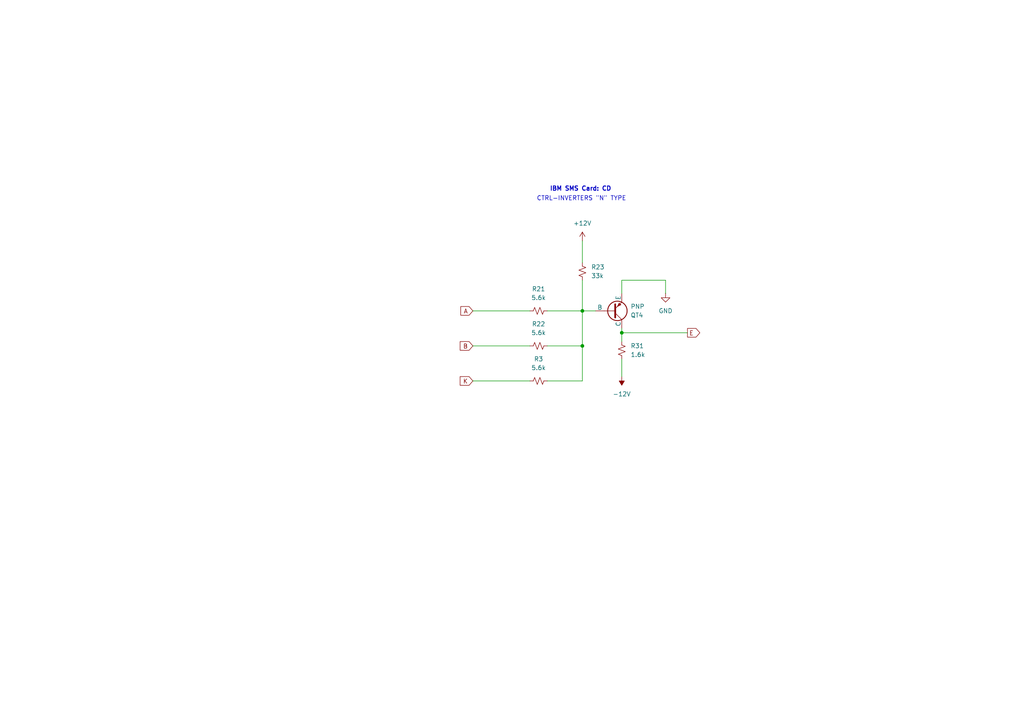
<source format=kicad_sch>
(kicad_sch (version 20231120) (generator "eeschema") (generator_version "8.0")
  (paper "A4")
  (lib_symbols
    (symbol "Device:R_Small_US" (pin_numbers hide) (pin_names (offset 0.254) hide)
      (property "Reference" "R" (at 0.762 0.508 0))
      (property "Value" "R_Small_US" (at 0.762 -1.016 0))
      (symbol "R_Small_US_1_1"
        (polyline (pts (xy 0 0) (xy 1.016 -0.381) (xy 0 -0.762) (xy -1.016 -1.143) (xy 0 -1.524)))
        (polyline (pts (xy 0 1.524) (xy 1.016 1.143) (xy 0 0.762) (xy -1.016 0.381) (xy 0 0)))
        (pin passive line (at 0 2.54 270) (length 1.016) (name "~") (number "1"))
        (pin passive line (at 0 -2.54 90) (length 1.016) (name "~") (number "2"))
      )
    )
    (symbol "Simulation_SPICE:PNP" (pin_numbers hide) (pin_names (offset 0))
      (property "Reference" "Q" (at -2.54 7.62 0))
      (property "Value" "PNP" (at -2.54 5.08 0))
      (symbol "PNP_0_1"
        (polyline (pts (xy -2.54 0) (xy 0.635 0)) (stroke (width 0.1524)))
        (polyline (pts (xy 0.635 0.635) (xy 2.54 2.54)))
        (polyline (pts (xy 0.635 -0.635) (xy 2.54 -2.54) (xy 2.54 -2.54)))
        (polyline (pts (xy 0.635 1.905) (xy 0.635 -1.905) (xy 0.635 -1.905)) (stroke (width 0.508)))
        (polyline (pts (xy 2.286 -1.778) (xy 1.778 -2.286) (xy 1.27 -1.27) (xy 2.286 -1.778) (xy 2.286 -1.778)) (fill (type outline)))
        (circle (center 1.27 0) (radius 2.8194) (stroke (width 0.254)))
      )
      (symbol "PNP_1_1"
        (pin open_collector line (at 2.54 5.08 270) (length 2.54) (name "C") (number "1"))
        (pin input line (at -5.08 0 0) (length 2.54) (name "B") (number "2"))
        (pin open_emitter line (at 2.54 -5.08 90) (length 2.54) (name "E") (number "3"))
      )
    )
    (symbol "power:+12V" (power) (pin_numbers hide) (pin_names (offset 0) hide)
      (property "Value" "+12V" (at 0 3.556 0))
      (symbol "+12V_0_1"
        (polyline (pts (xy -0.762 1.27) (xy 0 2.54)))
        (polyline (pts (xy 0 0) (xy 0 2.54)))
        (polyline (pts (xy 0 2.54) (xy 0.762 1.27)))
      )
      (symbol "+12V_1_1"
        (pin power_in line (at 0 0 90) (length 0) (name "~") (number "1"))
      )
    )
    (symbol "power:-12V" (power) (pin_numbers hide) (pin_names (offset 0) hide)
      (property "Value" "-12V" (at 0 3.556 0))
      (symbol "-12V_0_0"
        (pin power_in line (at 0 0 90) (length 0) (name "~") (number "1"))
      )
      (symbol "-12V_0_1"
        (polyline (pts (xy 0 0) (xy 0 1.27) (xy 0.762 1.27) (xy 0 2.54) (xy -0.762 1.27) (xy 0 1.27)) (fill (type outline)))
      )
    )
    (symbol "power:GND" (power) (pin_numbers hide) (pin_names (offset 0) hide)
      (property "Value" "GND" (at 0 -3.81 0))
      (symbol "GND_0_1"
        (polyline (pts (xy 0 0) (xy 0 -1.27) (xy 1.27 -1.27) (xy 0 -2.54) (xy -1.27 -1.27) (xy 0 -1.27)))
      )
      (symbol "GND_1_1"
        (pin power_in line (at 0 0 270) (length 0) (name "~") (number "1"))
      )
    )
  )
  (junction (at 180.34 96.52))
  (junction (at 168.91 100.33))
  (junction (at 168.91 90.17))
  (wire (pts (xy 168.91 100.33) (xy 168.91 110.49)))
  (wire (pts (xy 158.75 110.49) (xy 168.91 110.49)))
  (wire (pts (xy 168.91 90.17) (xy 172.72 90.17)))
  (wire (pts (xy 180.34 96.52) (xy 180.34 99.06)))
  (wire (pts (xy 180.34 81.28) (xy 193.04 81.28)))
  (wire (pts (xy 180.34 104.14) (xy 180.34 109.22)))
  (wire (pts (xy 168.91 81.28) (xy 168.91 90.17)))
  (wire (pts (xy 193.04 81.28) (xy 193.04 85.09)))
  (wire (pts (xy 137.16 110.49) (xy 153.67 110.49)))
  (wire (pts (xy 180.34 95.25) (xy 180.34 96.52)))
  (wire (pts (xy 199.39 96.52) (xy 180.34 96.52)))
  (wire (pts (xy 137.16 100.33) (xy 153.67 100.33)))
  (wire (pts (xy 180.34 85.09) (xy 180.34 81.28)))
  (wire (pts (xy 158.75 100.33) (xy 168.91 100.33)))
  (wire (pts (xy 168.91 100.33) (xy 168.91 90.17)))
  (wire (pts (xy 158.75 90.17) (xy 168.91 90.17)))
  (wire (pts (xy 168.91 69.85) (xy 168.91 76.2)))
  (wire (pts (xy 137.16 90.17) (xy 153.67 90.17)))
  (text "IBM SMS Card: CD\n" (at 168.402 54.864 0) (effects (font (size 1.27 1.27) (thickness 0.254) (bold yes))))
  (text "CTRL-INVERTERS \"N\" TYPE" (at 168.656 57.658 0) (effects (font (size 1.27 1.27))))
  (global_label "K" (shape input) (at 137.16 110.49 180) (property "Intersheetrefs" "${INTERSHEET_REFS}" (effects (hide yes))))
  (global_label "E" (shape output) (at 199.39 96.52 0) (property "Intersheetrefs" "${INTERSHEET_REFS}" (effects (hide yes))))
  (global_label "A" (shape input) (at 137.16 90.17 180) (property "Intersheetrefs" "${INTERSHEET_REFS}" (effects (hide yes))))
  (global_label "B" (shape input) (at 137.16 100.33 180) (property "Intersheetrefs" "${INTERSHEET_REFS}" (effects (hide yes))))
  (symbol (lib_id "power:-12V") (at 180.34 109.22 180) (unit 1)
    (property "Reference" "#PWR02" (effects (hide yes)))
    (property "Value" "-12V" (at 180.34 114.3 0))
    (property "Description" "Power symbol creates a global label with name \"-12V\"" (effects (hide yes)))
  )
  (symbol (lib_id "Device:R_Small_US") (at 180.34 101.6 0) (unit 1)
    (property "Reference" "R31" (at 182.88 100.3299 0) (effects (justify left)))
    (property "Value" "1.6k" (at 182.88 102.8699 0) (effects (justify left)))
    (property "Description" "Resistor, small US symbol" (effects (hide yes)))
  )
  (symbol (lib_id "Device:R_Small_US") (at 156.21 90.17 90) (unit 1)
    (property "Reference" "R21" (at 156.21 83.82 90))
    (property "Value" "5.6k" (at 156.21 86.36 90))
    (property "Description" "Resistor, small US symbol" (effects (hide yes)))
  )
  (symbol (lib_id "Device:R_Small_US") (at 156.21 110.49 90) (unit 1)
    (property "Reference" "R3" (at 156.21 104.14 90))
    (property "Value" "5.6k" (at 156.21 106.68 90))
    (property "Description" "Resistor, small US symbol" (effects (hide yes)))
  )
  (symbol (lib_id "Device:R_Small_US") (at 168.91 78.74 0) (unit 1)
    (property "Reference" "R23" (at 171.45 77.4699 0) (effects (justify left)))
    (property "Value" "33k" (at 171.45 80.0099 0) (effects (justify left)))
    (property "Description" "Resistor, small US symbol" (effects (hide yes)))
  )
  (symbol (lib_id "power:+12V") (at 168.91 69.85 0) (unit 1)
    (property "Reference" "#PWR03" (effects (hide yes)))
    (property "Value" "+12V" (at 168.91 64.77 0))
    (property "Description" "Power symbol creates a global label with name \"+12V\"" (effects (hide yes)))
  )
  (symbol (lib_id "Simulation_SPICE:PNP") (at 177.8 90.17 0) (mirror x) (unit 1)
    (property "Reference" "QT4" (at 182.88 91.4401 0) (effects (justify left)))
    (property "Value" "PNP" (at 182.88 88.9001 0) (effects (justify left)))
    (property "Datasheet" "https://ngspice.sourceforge.io/docs/ngspice-html-manual/manual.xhtml#cha_BJTs" (effects (hide yes)))
    (property "Description" "Bipolar transistor symbol for simulation only, substrate tied to the emitter" (effects (hide yes)))
    (property "Sim.Device" "PNP" (effects (hide yes)))
    (property "Sim.Type" "GUMMELPOON" (effects (hide yes)))
    (property "Sim.Pins" "1=C 2=B 3=E" (effects (hide yes)))
  )
  (symbol (lib_id "power:GND") (at 193.04 85.09 0) (unit 1)
    (property "Reference" "#PWR01" (effects (hide yes)))
    (property "Value" "GND" (at 193.04 90.17 0))
    (property "Description" "Power symbol creates a global label with name \"GND\" , ground" (effects (hide yes)))
  )
  (symbol (lib_id "Device:R_Small_US") (at 156.21 100.33 90) (unit 1)
    (property "Reference" "R22" (at 156.21 93.98 90))
    (property "Value" "5.6k" (at 156.21 96.52 90))
    (property "Description" "Resistor, small US symbol" (effects (hide yes)))
  )
)
</source>
